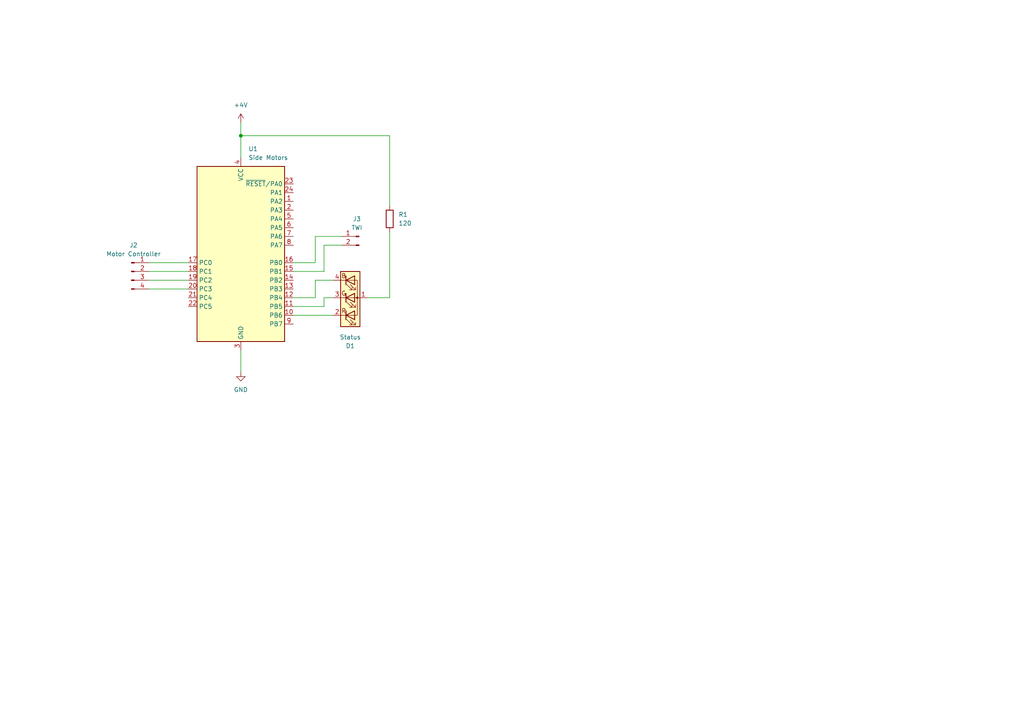
<source format=kicad_sch>
(kicad_sch (version 20231120) (generator "eeschema") (generator_version "8.0")
  (paper "A4")
  (lib_symbols
    (symbol "Connector:Conn_01x02_Pin" (pin_names (offset 1.016) hide)
      (property "Reference" "J" (at 0 2.54 0))
      (property "Value" "Conn_01x02_Pin" (at 0 -5.08 0))
      (symbol "Conn_01x02_Pin_1_1"
        (polyline (pts (xy 1.27 -2.54) (xy 0.8636 -2.54)) (stroke (width 0.1524)))
        (polyline (pts (xy 1.27 0) (xy 0.8636 0)) (stroke (width 0.1524)))
        (rectangle (start 0.8636 -2.413) (end 0 -2.667) (stroke (width 0.1524)) (fill (type outline)))
        (rectangle (start 0.8636 0.127) (end 0 -0.127) (stroke (width 0.1524)) (fill (type outline)))
        (pin passive line (at 5.08 0 180) (length 3.81) (name "Pin_1") (number "1"))
        (pin passive line (at 5.08 -2.54 180) (length 3.81) (name "Pin_2") (number "2"))
      )
    )
    (symbol "Connector:Conn_01x04_Pin" (pin_names (offset 1.016) hide)
      (property "Reference" "J" (at 0 5.08 0))
      (property "Value" "Conn_01x04_Pin" (at 0 -7.62 0))
      (symbol "Conn_01x04_Pin_1_1"
        (polyline (pts (xy 1.27 -5.08) (xy 0.8636 -5.08)) (stroke (width 0.1524)))
        (polyline (pts (xy 1.27 -2.54) (xy 0.8636 -2.54)) (stroke (width 0.1524)))
        (polyline (pts (xy 1.27 0) (xy 0.8636 0)) (stroke (width 0.1524)))
        (polyline (pts (xy 1.27 2.54) (xy 0.8636 2.54)) (stroke (width 0.1524)))
        (rectangle (start 0.8636 -4.953) (end 0 -5.207) (stroke (width 0.1524)) (fill (type outline)))
        (rectangle (start 0.8636 -2.413) (end 0 -2.667) (stroke (width 0.1524)) (fill (type outline)))
        (rectangle (start 0.8636 0.127) (end 0 -0.127) (stroke (width 0.1524)) (fill (type outline)))
        (rectangle (start 0.8636 2.667) (end 0 2.413) (stroke (width 0.1524)) (fill (type outline)))
        (pin passive line (at 5.08 2.54 180) (length 3.81) (name "Pin_1") (number "1"))
        (pin passive line (at 5.08 0 180) (length 3.81) (name "Pin_2") (number "2"))
        (pin passive line (at 5.08 -2.54 180) (length 3.81) (name "Pin_3") (number "3"))
        (pin passive line (at 5.08 -5.08 180) (length 3.81) (name "Pin_4") (number "4"))
      )
    )
    (symbol "Device:LED_ARGB" (pin_names (offset 0) hide)
      (property "Reference" "D" (at 0 9.398 0))
      (property "Value" "LED_ARGB" (at 0 -8.89 0))
      (symbol "LED_ARGB_0_0"
        (text "B" (at -1.905 -6.35 0) (effects (font (size 1.27 1.27))))
        (text "G" (at -1.905 -1.27 0) (effects (font (size 1.27 1.27))))
        (text "R" (at -1.905 3.81 0) (effects (font (size 1.27 1.27))))
      )
      (symbol "LED_ARGB_0_1"
        (polyline (pts (xy -1.27 -5.08) (xy -2.54 -5.08)))
        (polyline (pts (xy -1.27 -5.08) (xy 1.27 -5.08)))
        (polyline (pts (xy -1.27 -3.81) (xy -1.27 -6.35)) (stroke (width 0.254)))
        (polyline (pts (xy -1.27 0) (xy -2.54 0)))
        (polyline (pts (xy -1.27 1.27) (xy -1.27 -1.27)) (stroke (width 0.254)))
        (polyline (pts (xy -1.27 5.08) (xy -2.54 5.08)))
        (polyline (pts (xy -1.27 5.08) (xy 1.27 5.08)))
        (polyline (pts (xy -1.27 6.35) (xy -1.27 3.81)) (stroke (width 0.254)))
        (polyline (pts (xy 1.27 0) (xy -1.27 0)))
        (polyline (pts (xy 1.27 0) (xy 2.54 0)))
        (polyline (pts (xy -1.27 1.27) (xy -1.27 -1.27) (xy -1.27 -1.27)))
        (polyline (pts (xy -1.27 6.35) (xy -1.27 3.81) (xy -1.27 3.81)))
        (polyline (pts (xy 1.27 -5.08) (xy 2.032 -5.08) (xy 2.032 5.08) (xy 1.27 5.08)))
        (polyline (pts (xy 1.27 -3.81) (xy 1.27 -6.35) (xy -1.27 -5.08) (xy 1.27 -3.81)) (stroke (width 0.254)))
        (polyline (pts (xy 1.27 1.27) (xy 1.27 -1.27) (xy -1.27 0) (xy 1.27 1.27)) (stroke (width 0.254)))
        (polyline (pts (xy 1.27 6.35) (xy 1.27 3.81) (xy -1.27 5.08) (xy 1.27 6.35)) (stroke (width 0.254)))
        (polyline (pts (xy -1.016 -3.81) (xy 0.508 -2.286) (xy -0.254 -2.286) (xy 0.508 -2.286) (xy 0.508 -3.048)))
        (polyline (pts (xy -1.016 1.27) (xy 0.508 2.794) (xy -0.254 2.794) (xy 0.508 2.794) (xy 0.508 2.032)))
        (polyline (pts (xy -1.016 6.35) (xy 0.508 7.874) (xy -0.254 7.874) (xy 0.508 7.874) (xy 0.508 7.112)))
        (polyline (pts (xy 0 -3.81) (xy 1.524 -2.286) (xy 0.762 -2.286) (xy 1.524 -2.286) (xy 1.524 -3.048)))
        (polyline (pts (xy 0 1.27) (xy 1.524 2.794) (xy 0.762 2.794) (xy 1.524 2.794) (xy 1.524 2.032)))
        (polyline (pts (xy 0 6.35) (xy 1.524 7.874) (xy 0.762 7.874) (xy 1.524 7.874) (xy 1.524 7.112)))
        (rectangle (start 1.27 -1.27) (end 1.27 1.27))
        (rectangle (start 1.27 1.27) (end 1.27 1.27))
        (rectangle (start 1.27 3.81) (end 1.27 6.35))
        (rectangle (start 1.27 6.35) (end 1.27 6.35))
        (circle (center 2.032 0) (radius 0.254) (fill (type outline)))
        (rectangle (start 2.794 8.382) (end -2.794 -7.62) (stroke (width 0.254)) (fill (type background)))
      )
      (symbol "LED_ARGB_1_1"
        (pin passive line (at 5.08 0 180) (length 2.54) (name "A") (number "1"))
        (pin passive line (at -5.08 5.08 0) (length 2.54) (name "RK") (number "2"))
        (pin passive line (at -5.08 0 0) (length 2.54) (name "GK") (number "3"))
        (pin passive line (at -5.08 -5.08 0) (length 2.54) (name "BK") (number "4"))
      )
    )
    (symbol "Device:R" (pin_numbers hide) (pin_names (offset 0))
      (property "Reference" "R" (at 2.032 0 90))
      (property "Value" "R" (at 0 0 90))
      (symbol "R_0_1"
        (rectangle (start -1.016 -2.54) (end 1.016 2.54) (stroke (width 0.254)))
      )
      (symbol "R_1_1"
        (pin passive line (at 0 3.81 270) (length 1.27) (name "~") (number "1"))
        (pin passive line (at 0 -3.81 90) (length 1.27) (name "~") (number "2"))
      )
    )
    (symbol "MCU_Microchip_ATtiny:ATtiny1627-M"
      (property "Reference" "U" (at -12.7 26.67 0))
      (property "Value" "ATtiny1627-M" (at 2.54 -26.67 0))
      (symbol "ATtiny1627-M_0_1"
        (rectangle (start -12.7 -25.4) (end 12.7 25.4) (stroke (width 0.254)) (fill (type background)))
      )
      (symbol "ATtiny1627-M_1_1"
        (pin bidirectional line (at 15.24 15.24 180) (length 2.54) (name "PA2") (number "1"))
        (pin bidirectional line (at 15.24 -17.78 180) (length 2.54) (name "PB6") (number "10"))
        (pin bidirectional line (at 15.24 -15.24 180) (length 2.54) (name "PB5") (number "11"))
        (pin bidirectional line (at 15.24 -12.7 180) (length 2.54) (name "PB4") (number "12"))
        (pin bidirectional line (at 15.24 -10.16 180) (length 2.54) (name "PB3") (number "13"))
        (pin bidirectional line (at 15.24 -7.62 180) (length 2.54) (name "PB2") (number "14"))
        (pin bidirectional line (at 15.24 -5.08 180) (length 2.54) (name "PB1") (number "15"))
        (pin bidirectional line (at 15.24 -2.54 180) (length 2.54) (name "PB0") (number "16"))
        (pin bidirectional line (at -15.24 -2.54 0) (length 2.54) (name "PC0") (number "17"))
        (pin bidirectional line (at -15.24 -5.08 0) (length 2.54) (name "PC1") (number "18"))
        (pin bidirectional line (at -15.24 -7.62 0) (length 2.54) (name "PC2") (number "19"))
        (pin bidirectional line (at 15.24 12.7 180) (length 2.54) (name "PA3") (number "2"))
        (pin bidirectional line (at -15.24 -10.16 0) (length 2.54) (name "PC3") (number "20"))
        (pin bidirectional line (at -15.24 -12.7 0) (length 2.54) (name "PC4") (number "21"))
        (pin bidirectional line (at -15.24 -15.24 0) (length 2.54) (name "PC5") (number "22"))
        (pin bidirectional line (at 15.24 20.32 180) (length 2.54) (name "~{RESET}/PA0") (number "23"))
        (pin bidirectional line (at 15.24 17.78 180) (length 2.54) (name "PA1") (number "24"))
        (pin passive line (at 0 -27.94 90) (length 2.54) hide (name "GND") (number "25"))
        (pin power_in line (at 0 -27.94 90) (length 2.54) (name "GND") (number "3"))
        (pin power_in line (at 0 27.94 270) (length 2.54) (name "VCC") (number "4"))
        (pin bidirectional line (at 15.24 10.16 180) (length 2.54) (name "PA4") (number "5"))
        (pin bidirectional line (at 15.24 7.62 180) (length 2.54) (name "PA5") (number "6"))
        (pin bidirectional line (at 15.24 5.08 180) (length 2.54) (name "PA6") (number "7"))
        (pin bidirectional line (at 15.24 2.54 180) (length 2.54) (name "PA7") (number "8"))
        (pin bidirectional line (at 15.24 -20.32 180) (length 2.54) (name "PB7") (number "9"))
      )
    )
    (symbol "power:+4V" (power) (pin_numbers hide) (pin_names (offset 0) hide)
      (property "Value" "+4V" (at 0 3.556 0))
      (symbol "+4V_0_1"
        (polyline (pts (xy -0.762 1.27) (xy 0 2.54)))
        (polyline (pts (xy 0 0) (xy 0 2.54)))
        (polyline (pts (xy 0 2.54) (xy 0.762 1.27)))
      )
      (symbol "+4V_1_1"
        (pin power_in line (at 0 0 90) (length 0) (name "~") (number "1"))
      )
    )
    (symbol "power:GND" (power) (pin_numbers hide) (pin_names (offset 0) hide)
      (property "Value" "GND" (at 0 -3.81 0))
      (symbol "GND_0_1"
        (polyline (pts (xy 0 0) (xy 0 -1.27) (xy 1.27 -1.27) (xy 0 -2.54) (xy -1.27 -1.27) (xy 0 -1.27)))
      )
      (symbol "GND_1_1"
        (pin power_in line (at 0 0 270) (length 0) (name "~") (number "1"))
      )
    )
  )
  (junction (at 69.85 39.37))
  (wire (pts (xy 43.18 83.82) (xy 54.61 83.82)))
  (wire (pts (xy 69.85 101.6) (xy 69.85 107.95)))
  (wire (pts (xy 93.98 71.12) (xy 99.06 71.12)))
  (wire (pts (xy 91.44 68.58) (xy 99.06 68.58)))
  (wire (pts (xy 85.09 76.2) (xy 91.44 76.2)))
  (wire (pts (xy 113.03 59.69) (xy 113.03 39.37)))
  (wire (pts (xy 85.09 91.44) (xy 96.52 91.44)))
  (wire (pts (xy 85.09 86.36) (xy 91.44 86.36)))
  (wire (pts (xy 93.98 86.36) (xy 96.52 86.36)))
  (wire (pts (xy 91.44 86.36) (xy 91.44 81.28)))
  (wire (pts (xy 43.18 81.28) (xy 54.61 81.28)))
  (wire (pts (xy 43.18 76.2) (xy 54.61 76.2)))
  (wire (pts (xy 113.03 39.37) (xy 69.85 39.37)))
  (wire (pts (xy 85.09 88.9) (xy 93.98 88.9)))
  (wire (pts (xy 43.18 78.74) (xy 54.61 78.74)))
  (wire (pts (xy 93.98 78.74) (xy 93.98 71.12)))
  (wire (pts (xy 113.03 67.31) (xy 113.03 86.36)))
  (wire (pts (xy 69.85 35.56) (xy 69.85 39.37)))
  (wire (pts (xy 113.03 86.36) (xy 106.68 86.36)))
  (wire (pts (xy 69.85 39.37) (xy 69.85 45.72)))
  (wire (pts (xy 93.98 88.9) (xy 93.98 86.36)))
  (wire (pts (xy 91.44 81.28) (xy 96.52 81.28)))
  (wire (pts (xy 85.09 78.74) (xy 93.98 78.74)))
  (wire (pts (xy 91.44 76.2) (xy 91.44 68.58)))
  (symbol (lib_id "power:GND") (at 69.85 107.95 0) (unit 1)
    (property "Reference" "#PWR02" (effects (hide yes)))
    (property "Value" "GND" (at 69.85 113.03 0))
    (property "Description" "Power symbol creates a global label with name \"GND\" , ground" (effects (hide yes)))
  )
  (symbol (lib_id "Device:R") (at 113.03 63.5 0) (unit 1)
    (property "Reference" "R1" (at 115.57 62.2299 0) (effects (justify left)))
    (property "Value" "120" (at 115.57 64.7699 0) (effects (justify left)))
    (property "Description" "Resistor" (effects (hide yes)))
  )
  (symbol (lib_id "power:+4V") (at 69.85 35.56 0) (unit 1)
    (property "Reference" "#PWR01" (effects (hide yes)))
    (property "Value" "+4V" (at 69.85 30.48 0))
    (property "Description" "Power symbol creates a global label with name \"+4V\"" (effects (hide yes)))
  )
  (symbol (lib_id "MCU_Microchip_ATtiny:ATtiny1627-M") (at 69.85 73.66 0) (unit 1)
    (property "Reference" "U1" (at 72.0441 43.18 0) (effects (justify left)))
    (property "Value" "Side Motors" (at 72.0441 45.72 0) (effects (justify left)))
    (property "Footprint" "Package_DFN_QFN:QFN-24-1EP_4x4mm_P0.5mm_EP2.6x2.6mm" (effects (hide yes)))
    (property "Datasheet" "https://ww1.microchip.com/downloads/en/DeviceDoc/ATtiny1624-26-27-DataSheet-DS40002234A.pdf" (effects (hide yes)))
    (property "Description" "20MHz, 16kB Flash, 2kB SRAM, 256B EEPROM, VQFN-24" (effects (hide yes)))
  )
  (symbol (lib_id "Connector:Conn_01x04_Pin") (at 38.1 78.74 0) (unit 1)
    (property "Reference" "J2" (at 38.735 71.12 0))
    (property "Value" "Motor Controller" (at 38.735 73.66 0))
    (property "Description" "Generic connector, single row, 01x04, script generated" (effects (hide yes)))
  )
  (symbol (lib_id "Connector:Conn_01x02_Pin") (at 104.14 68.58 0) (mirror y) (unit 1)
    (property "Reference" "J3" (at 103.505 63.5 0))
    (property "Value" "TWI" (at 103.505 66.04 0))
    (property "Description" "Generic connector, single row, 01x02, script generated" (effects (hide yes)))
  )
  (symbol (lib_id "Device:LED_ARGB") (at 101.6 86.36 0) (mirror x) (unit 1)
    (property "Reference" "D1" (at 101.6 100.33 0))
    (property "Value" "Status" (at 101.6 97.79 0))
    (property "Description" "RGB LED, anode/red/green/blue" (effects (hide yes)))
  )
)
</source>
